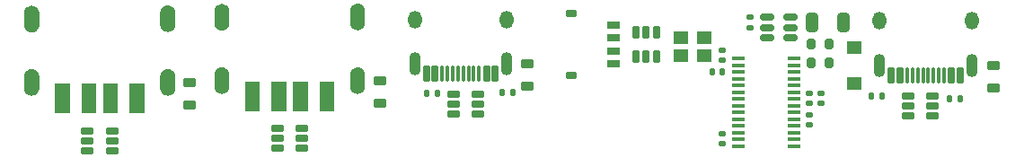
<source format=gbr>
%TF.GenerationSoftware,KiCad,Pcbnew,7.0.6*%
%TF.CreationDate,2023-09-06T01:08:14+01:00*%
%TF.ProjectId,MoonHub,4d6f6f6e-4875-4622-9e6b-696361645f70,rev?*%
%TF.SameCoordinates,Original*%
%TF.FileFunction,Paste,Top*%
%TF.FilePolarity,Positive*%
%FSLAX46Y46*%
G04 Gerber Fmt 4.6, Leading zero omitted, Abs format (unit mm)*
G04 Created by KiCad (PCBNEW 7.0.6) date 2023-09-06 01:08:14*
%MOMM*%
%LPD*%
G01*
G04 APERTURE LIST*
G04 Aperture macros list*
%AMRoundRect*
0 Rectangle with rounded corners*
0 $1 Rounding radius*
0 $2 $3 $4 $5 $6 $7 $8 $9 X,Y pos of 4 corners*
0 Add a 4 corners polygon primitive as box body*
4,1,4,$2,$3,$4,$5,$6,$7,$8,$9,$2,$3,0*
0 Add four circle primitives for the rounded corners*
1,1,$1+$1,$2,$3*
1,1,$1+$1,$4,$5*
1,1,$1+$1,$6,$7*
1,1,$1+$1,$8,$9*
0 Add four rect primitives between the rounded corners*
20,1,$1+$1,$2,$3,$4,$5,0*
20,1,$1+$1,$4,$5,$6,$7,0*
20,1,$1+$1,$6,$7,$8,$9,0*
20,1,$1+$1,$8,$9,$2,$3,0*%
G04 Aperture macros list end*
%ADD10RoundRect,0.100000X-0.400000X0.250000X-0.400000X-0.250000X0.400000X-0.250000X0.400000X0.250000X0*%
%ADD11RoundRect,0.125000X-0.475000X0.250000X-0.475000X-0.250000X0.475000X-0.250000X0.475000X0.250000X0*%
%ADD12RoundRect,0.140000X-0.170000X0.140000X-0.170000X-0.140000X0.170000X-0.140000X0.170000X0.140000X0*%
%ADD13RoundRect,0.218750X0.381250X-0.218750X0.381250X0.218750X-0.381250X0.218750X-0.381250X-0.218750X0*%
%ADD14RoundRect,0.140000X0.140000X0.170000X-0.140000X0.170000X-0.140000X-0.170000X0.140000X-0.170000X0*%
%ADD15RoundRect,0.060000X0.240000X0.665000X-0.240000X0.665000X-0.240000X-0.665000X0.240000X-0.665000X0*%
%ADD16RoundRect,0.060000X0.090000X0.665000X-0.090000X0.665000X-0.090000X-0.665000X0.090000X-0.665000X0*%
%ADD17O,1.100000X2.200000*%
%ADD18O,1.300000X1.700000*%
%ADD19RoundRect,0.140000X0.170000X-0.140000X0.170000X0.140000X-0.170000X0.140000X-0.170000X-0.140000X0*%
%ADD20R,1.400000X1.200000*%
%ADD21RoundRect,0.135000X0.135000X0.185000X-0.135000X0.185000X-0.135000X-0.185000X0.135000X-0.185000X0*%
%ADD22RoundRect,0.135000X-0.135000X-0.185000X0.135000X-0.185000X0.135000X0.185000X-0.135000X0.185000X0*%
%ADD23R,1.200000X0.400000*%
%ADD24RoundRect,0.200000X0.200000X0.275000X-0.200000X0.275000X-0.200000X-0.275000X0.200000X-0.275000X0*%
%ADD25RoundRect,0.250000X-0.325000X-0.650000X0.325000X-0.650000X0.325000X0.650000X-0.325000X0.650000X0*%
%ADD26RoundRect,0.150000X0.475000X0.150000X-0.475000X0.150000X-0.475000X-0.150000X0.475000X-0.150000X0*%
%ADD27RoundRect,0.150000X-0.512500X-0.150000X0.512500X-0.150000X0.512500X0.150000X-0.512500X0.150000X0*%
%ADD28R,1.400000X2.800000*%
%ADD29O,1.400000X2.500000*%
%ADD30RoundRect,0.150000X-0.475000X-0.150000X0.475000X-0.150000X0.475000X0.150000X-0.475000X0.150000X0*%
%ADD31RoundRect,0.150000X0.150000X-0.475000X0.150000X0.475000X-0.150000X0.475000X-0.150000X-0.475000X0*%
G04 APERTURE END LIST*
%TO.C,USB4*%
G36*
X34398000Y-11631000D02*
G01*
X32998000Y-11631000D01*
X32998000Y-8831000D01*
X34398000Y-8831000D01*
X34398000Y-11631000D01*
G37*
G36*
X31899000Y-11631000D02*
G01*
X30499000Y-11631000D01*
X30499000Y-8831000D01*
X31899000Y-8831000D01*
X31899000Y-11631000D01*
G37*
G36*
X29897000Y-11631000D02*
G01*
X28497000Y-11631000D01*
X28497000Y-8831000D01*
X29897000Y-8831000D01*
X29897000Y-11631000D01*
G37*
G36*
X27398000Y-11631000D02*
G01*
X25998000Y-11631000D01*
X25998000Y-8831000D01*
X27398000Y-8831000D01*
X27398000Y-11631000D01*
G37*
G36*
X36651000Y-7509000D02*
G01*
X36686000Y-7513000D01*
X36720000Y-7518000D01*
X36755000Y-7525000D01*
X36788000Y-7533000D01*
X36822000Y-7544000D01*
X36855000Y-7556000D01*
X36887000Y-7569000D01*
X36918000Y-7584000D01*
X36949000Y-7601000D01*
X36979000Y-7619000D01*
X37007000Y-7639000D01*
X37035000Y-7660000D01*
X37062000Y-7682000D01*
X37088000Y-7706000D01*
X37112000Y-7731000D01*
X37135000Y-7757000D01*
X37157000Y-7785000D01*
X37177000Y-7813000D01*
X37196000Y-7842000D01*
X37214000Y-7872000D01*
X37229000Y-7904000D01*
X37244000Y-7935000D01*
X37257000Y-7968000D01*
X37268000Y-8001000D01*
X37277000Y-8035000D01*
X37285000Y-8069000D01*
X37291000Y-8103000D01*
X37295000Y-8138000D01*
X37298000Y-8172000D01*
X37299000Y-8207000D01*
X37299000Y-9307000D01*
X37298000Y-9342000D01*
X37295000Y-9377000D01*
X37291000Y-9412000D01*
X37285000Y-9446000D01*
X37277000Y-9480000D01*
X37268000Y-9514000D01*
X37257000Y-9547000D01*
X37244000Y-9579000D01*
X37229000Y-9611000D01*
X37214000Y-9642000D01*
X37196000Y-9672000D01*
X37177000Y-9702000D01*
X37157000Y-9730000D01*
X37135000Y-9757000D01*
X37112000Y-9783000D01*
X37088000Y-9808000D01*
X37062000Y-9832000D01*
X37035000Y-9855000D01*
X37007000Y-9876000D01*
X36979000Y-9895000D01*
X36949000Y-9914000D01*
X36918000Y-9930000D01*
X36887000Y-9945000D01*
X36855000Y-9959000D01*
X36822000Y-9971000D01*
X36788000Y-9981000D01*
X36755000Y-9990000D01*
X36720000Y-9997000D01*
X36686000Y-10002000D01*
X36651000Y-10005000D01*
X36616000Y-10007000D01*
X36581000Y-10007000D01*
X36547000Y-10005000D01*
X36512000Y-10002000D01*
X36477000Y-9997000D01*
X36443000Y-9990000D01*
X36409000Y-9981000D01*
X36376000Y-9971000D01*
X36343000Y-9959000D01*
X36311000Y-9945000D01*
X36279000Y-9930000D01*
X36249000Y-9914000D01*
X36219000Y-9895000D01*
X36190000Y-9876000D01*
X36162000Y-9855000D01*
X36136000Y-9832000D01*
X36110000Y-9808000D01*
X36086000Y-9783000D01*
X36063000Y-9757000D01*
X36041000Y-9730000D01*
X36020000Y-9702000D01*
X36002000Y-9672000D01*
X35984000Y-9642000D01*
X35968000Y-9611000D01*
X35954000Y-9579000D01*
X35941000Y-9547000D01*
X35930000Y-9514000D01*
X35920000Y-9480000D01*
X35913000Y-9446000D01*
X35907000Y-9412000D01*
X35902000Y-9377000D01*
X35900000Y-9342000D01*
X35899000Y-9307000D01*
X35899000Y-8207000D01*
X35900000Y-8172000D01*
X35902000Y-8138000D01*
X35907000Y-8103000D01*
X35913000Y-8069000D01*
X35920000Y-8035000D01*
X35930000Y-8001000D01*
X35941000Y-7968000D01*
X35954000Y-7935000D01*
X35968000Y-7904000D01*
X35984000Y-7872000D01*
X36002000Y-7842000D01*
X36020000Y-7813000D01*
X36041000Y-7785000D01*
X36063000Y-7757000D01*
X36086000Y-7731000D01*
X36110000Y-7706000D01*
X36136000Y-7682000D01*
X36162000Y-7660000D01*
X36190000Y-7639000D01*
X36219000Y-7619000D01*
X36249000Y-7601000D01*
X36279000Y-7584000D01*
X36311000Y-7569000D01*
X36343000Y-7556000D01*
X36376000Y-7544000D01*
X36409000Y-7533000D01*
X36443000Y-7525000D01*
X36477000Y-7518000D01*
X36512000Y-7513000D01*
X36547000Y-7509000D01*
X36581000Y-7507000D01*
X36616000Y-7507000D01*
X36651000Y-7509000D01*
G37*
G36*
X36651000Y-1507000D02*
G01*
X36686000Y-1511000D01*
X36720000Y-1516000D01*
X36755000Y-1523000D01*
X36788000Y-1531000D01*
X36822000Y-1542000D01*
X36855000Y-1554000D01*
X36887000Y-1567000D01*
X36918000Y-1582000D01*
X36949000Y-1599000D01*
X36979000Y-1617000D01*
X37007000Y-1637000D01*
X37035000Y-1658000D01*
X37062000Y-1680000D01*
X37088000Y-1704000D01*
X37112000Y-1729000D01*
X37135000Y-1755000D01*
X37157000Y-1783000D01*
X37177000Y-1811000D01*
X37196000Y-1840000D01*
X37214000Y-1870000D01*
X37229000Y-1902000D01*
X37244000Y-1933000D01*
X37257000Y-1966000D01*
X37268000Y-1999000D01*
X37277000Y-2032000D01*
X37285000Y-2066000D01*
X37291000Y-2101000D01*
X37295000Y-2136000D01*
X37298000Y-2170000D01*
X37299000Y-2205000D01*
X37299000Y-3305000D01*
X37298000Y-3340000D01*
X37295000Y-3375000D01*
X37291000Y-3410000D01*
X37285000Y-3444000D01*
X37277000Y-3478000D01*
X37268000Y-3512000D01*
X37257000Y-3545000D01*
X37244000Y-3577000D01*
X37229000Y-3609000D01*
X37214000Y-3640000D01*
X37196000Y-3670000D01*
X37177000Y-3700000D01*
X37157000Y-3728000D01*
X37135000Y-3755000D01*
X37112000Y-3781000D01*
X37088000Y-3806000D01*
X37062000Y-3830000D01*
X37035000Y-3852000D01*
X37007000Y-3873000D01*
X36979000Y-3893000D01*
X36949000Y-3911000D01*
X36918000Y-3928000D01*
X36887000Y-3943000D01*
X36855000Y-3957000D01*
X36822000Y-3969000D01*
X36788000Y-3979000D01*
X36755000Y-3988000D01*
X36720000Y-3995000D01*
X36686000Y-4000000D01*
X36651000Y-4003000D01*
X36616000Y-4005000D01*
X36581000Y-4005000D01*
X36547000Y-4003000D01*
X36512000Y-4000000D01*
X36477000Y-3995000D01*
X36443000Y-3988000D01*
X36409000Y-3979000D01*
X36376000Y-3969000D01*
X36343000Y-3957000D01*
X36311000Y-3943000D01*
X36279000Y-3928000D01*
X36249000Y-3911000D01*
X36219000Y-3893000D01*
X36190000Y-3873000D01*
X36162000Y-3852000D01*
X36136000Y-3830000D01*
X36110000Y-3806000D01*
X36086000Y-3781000D01*
X36063000Y-3755000D01*
X36041000Y-3728000D01*
X36020000Y-3700000D01*
X36002000Y-3670000D01*
X35984000Y-3640000D01*
X35968000Y-3609000D01*
X35954000Y-3577000D01*
X35941000Y-3545000D01*
X35930000Y-3512000D01*
X35920000Y-3478000D01*
X35913000Y-3444000D01*
X35907000Y-3410000D01*
X35902000Y-3375000D01*
X35900000Y-3340000D01*
X35899000Y-3305000D01*
X35899000Y-2205000D01*
X35900000Y-2170000D01*
X35902000Y-2136000D01*
X35907000Y-2101000D01*
X35913000Y-2066000D01*
X35920000Y-2032000D01*
X35930000Y-1999000D01*
X35941000Y-1966000D01*
X35954000Y-1933000D01*
X35968000Y-1902000D01*
X35984000Y-1870000D01*
X36002000Y-1840000D01*
X36020000Y-1811000D01*
X36041000Y-1783000D01*
X36063000Y-1755000D01*
X36086000Y-1729000D01*
X36110000Y-1704000D01*
X36136000Y-1680000D01*
X36162000Y-1658000D01*
X36190000Y-1637000D01*
X36219000Y-1617000D01*
X36249000Y-1599000D01*
X36279000Y-1582000D01*
X36311000Y-1567000D01*
X36343000Y-1554000D01*
X36376000Y-1542000D01*
X36409000Y-1531000D01*
X36443000Y-1523000D01*
X36477000Y-1516000D01*
X36512000Y-1511000D01*
X36547000Y-1507000D01*
X36581000Y-1505000D01*
X36616000Y-1505000D01*
X36651000Y-1507000D01*
G37*
G36*
X23849000Y-7509000D02*
G01*
X23884000Y-7513000D01*
X23919000Y-7518000D01*
X23953000Y-7525000D01*
X23987000Y-7533000D01*
X24020000Y-7544000D01*
X24053000Y-7556000D01*
X24085000Y-7569000D01*
X24117000Y-7584000D01*
X24147000Y-7601000D01*
X24177000Y-7619000D01*
X24206000Y-7639000D01*
X24234000Y-7660000D01*
X24260000Y-7682000D01*
X24286000Y-7706000D01*
X24310000Y-7731000D01*
X24333000Y-7757000D01*
X24355000Y-7785000D01*
X24376000Y-7813000D01*
X24394000Y-7842000D01*
X24412000Y-7872000D01*
X24428000Y-7904000D01*
X24442000Y-7935000D01*
X24455000Y-7968000D01*
X24466000Y-8001000D01*
X24476000Y-8035000D01*
X24483000Y-8069000D01*
X24489000Y-8103000D01*
X24494000Y-8138000D01*
X24496000Y-8172000D01*
X24497000Y-8207000D01*
X24497000Y-9307000D01*
X24496000Y-9342000D01*
X24494000Y-9377000D01*
X24489000Y-9412000D01*
X24483000Y-9446000D01*
X24476000Y-9480000D01*
X24466000Y-9514000D01*
X24455000Y-9547000D01*
X24442000Y-9579000D01*
X24428000Y-9611000D01*
X24412000Y-9642000D01*
X24394000Y-9672000D01*
X24376000Y-9702000D01*
X24355000Y-9730000D01*
X24333000Y-9757000D01*
X24310000Y-9783000D01*
X24286000Y-9808000D01*
X24260000Y-9832000D01*
X24234000Y-9855000D01*
X24206000Y-9876000D01*
X24177000Y-9895000D01*
X24147000Y-9914000D01*
X24117000Y-9930000D01*
X24085000Y-9945000D01*
X24053000Y-9959000D01*
X24020000Y-9971000D01*
X23987000Y-9981000D01*
X23953000Y-9990000D01*
X23919000Y-9997000D01*
X23884000Y-10002000D01*
X23849000Y-10005000D01*
X23815000Y-10007000D01*
X23780000Y-10007000D01*
X23745000Y-10005000D01*
X23710000Y-10002000D01*
X23676000Y-9997000D01*
X23641000Y-9990000D01*
X23608000Y-9981000D01*
X23574000Y-9971000D01*
X23541000Y-9959000D01*
X23509000Y-9945000D01*
X23478000Y-9930000D01*
X23447000Y-9914000D01*
X23417000Y-9895000D01*
X23389000Y-9876000D01*
X23361000Y-9855000D01*
X23334000Y-9832000D01*
X23308000Y-9808000D01*
X23284000Y-9783000D01*
X23261000Y-9757000D01*
X23239000Y-9730000D01*
X23219000Y-9702000D01*
X23200000Y-9672000D01*
X23182000Y-9642000D01*
X23166000Y-9611000D01*
X23152000Y-9579000D01*
X23139000Y-9547000D01*
X23128000Y-9514000D01*
X23119000Y-9480000D01*
X23111000Y-9446000D01*
X23105000Y-9412000D01*
X23101000Y-9377000D01*
X23098000Y-9342000D01*
X23097000Y-9307000D01*
X23097000Y-8207000D01*
X23098000Y-8172000D01*
X23101000Y-8138000D01*
X23105000Y-8103000D01*
X23111000Y-8069000D01*
X23119000Y-8035000D01*
X23128000Y-8001000D01*
X23139000Y-7968000D01*
X23152000Y-7935000D01*
X23166000Y-7904000D01*
X23182000Y-7872000D01*
X23200000Y-7842000D01*
X23219000Y-7813000D01*
X23239000Y-7785000D01*
X23261000Y-7757000D01*
X23284000Y-7731000D01*
X23308000Y-7706000D01*
X23334000Y-7682000D01*
X23361000Y-7660000D01*
X23389000Y-7639000D01*
X23417000Y-7619000D01*
X23447000Y-7601000D01*
X23478000Y-7584000D01*
X23509000Y-7569000D01*
X23541000Y-7556000D01*
X23574000Y-7544000D01*
X23608000Y-7533000D01*
X23641000Y-7525000D01*
X23676000Y-7518000D01*
X23710000Y-7513000D01*
X23745000Y-7509000D01*
X23780000Y-7507000D01*
X23815000Y-7507000D01*
X23849000Y-7509000D01*
G37*
G36*
X23849000Y-1558000D02*
G01*
X23884000Y-1561000D01*
X23919000Y-1567000D01*
X23953000Y-1574000D01*
X23987000Y-1582000D01*
X24020000Y-1592000D01*
X24053000Y-1604000D01*
X24085000Y-1618000D01*
X24117000Y-1633000D01*
X24147000Y-1650000D01*
X24177000Y-1668000D01*
X24206000Y-1688000D01*
X24234000Y-1709000D01*
X24260000Y-1731000D01*
X24286000Y-1755000D01*
X24310000Y-1780000D01*
X24333000Y-1806000D01*
X24355000Y-1833000D01*
X24376000Y-1862000D01*
X24394000Y-1891000D01*
X24412000Y-1921000D01*
X24428000Y-1952000D01*
X24442000Y-1984000D01*
X24455000Y-2017000D01*
X24466000Y-2050000D01*
X24476000Y-2083000D01*
X24483000Y-2117000D01*
X24489000Y-2152000D01*
X24494000Y-2186000D01*
X24496000Y-2221000D01*
X24497000Y-2256000D01*
X24497000Y-3356000D01*
X24496000Y-3391000D01*
X24494000Y-3426000D01*
X24489000Y-3460000D01*
X24483000Y-3495000D01*
X24476000Y-3529000D01*
X24466000Y-3562000D01*
X24455000Y-3595000D01*
X24442000Y-3628000D01*
X24428000Y-3660000D01*
X24412000Y-3691000D01*
X24394000Y-3721000D01*
X24376000Y-3750000D01*
X24355000Y-3779000D01*
X24333000Y-3806000D01*
X24310000Y-3832000D01*
X24286000Y-3857000D01*
X24260000Y-3881000D01*
X24234000Y-3903000D01*
X24206000Y-3924000D01*
X24177000Y-3944000D01*
X24147000Y-3962000D01*
X24117000Y-3979000D01*
X24085000Y-3994000D01*
X24053000Y-4008000D01*
X24020000Y-4020000D01*
X23987000Y-4030000D01*
X23953000Y-4038000D01*
X23919000Y-4045000D01*
X23884000Y-4051000D01*
X23849000Y-4054000D01*
X23815000Y-4056000D01*
X23780000Y-4056000D01*
X23745000Y-4054000D01*
X23710000Y-4051000D01*
X23676000Y-4045000D01*
X23641000Y-4038000D01*
X23608000Y-4030000D01*
X23574000Y-4020000D01*
X23541000Y-4008000D01*
X23509000Y-3994000D01*
X23478000Y-3979000D01*
X23447000Y-3962000D01*
X23417000Y-3944000D01*
X23389000Y-3924000D01*
X23361000Y-3903000D01*
X23334000Y-3881000D01*
X23308000Y-3857000D01*
X23284000Y-3832000D01*
X23261000Y-3806000D01*
X23239000Y-3779000D01*
X23219000Y-3750000D01*
X23200000Y-3721000D01*
X23182000Y-3691000D01*
X23166000Y-3660000D01*
X23152000Y-3628000D01*
X23139000Y-3595000D01*
X23128000Y-3562000D01*
X23119000Y-3529000D01*
X23111000Y-3495000D01*
X23105000Y-3460000D01*
X23101000Y-3426000D01*
X23098000Y-3391000D01*
X23097000Y-3356000D01*
X23097000Y-2256000D01*
X23098000Y-2221000D01*
X23101000Y-2186000D01*
X23105000Y-2152000D01*
X23111000Y-2117000D01*
X23119000Y-2083000D01*
X23128000Y-2050000D01*
X23139000Y-2017000D01*
X23152000Y-1984000D01*
X23166000Y-1952000D01*
X23182000Y-1921000D01*
X23200000Y-1891000D01*
X23219000Y-1862000D01*
X23239000Y-1833000D01*
X23261000Y-1806000D01*
X23284000Y-1780000D01*
X23308000Y-1755000D01*
X23334000Y-1731000D01*
X23361000Y-1709000D01*
X23389000Y-1688000D01*
X23417000Y-1668000D01*
X23447000Y-1650000D01*
X23478000Y-1633000D01*
X23509000Y-1618000D01*
X23541000Y-1604000D01*
X23574000Y-1592000D01*
X23608000Y-1582000D01*
X23641000Y-1574000D01*
X23676000Y-1567000D01*
X23710000Y-1561000D01*
X23745000Y-1558000D01*
X23780000Y-1556000D01*
X23815000Y-1556000D01*
X23849000Y-1558000D01*
G37*
%TO.C,USB5*%
G36*
X16489000Y-11795500D02*
G01*
X15089000Y-11795500D01*
X15089000Y-8995500D01*
X16489000Y-8995500D01*
X16489000Y-11795500D01*
G37*
G36*
X13990000Y-11795500D02*
G01*
X12590000Y-11795500D01*
X12590000Y-8995500D01*
X13990000Y-8995500D01*
X13990000Y-11795500D01*
G37*
G36*
X11988000Y-11795500D02*
G01*
X10588000Y-11795500D01*
X10588000Y-8995500D01*
X11988000Y-8995500D01*
X11988000Y-11795500D01*
G37*
G36*
X9489000Y-11795500D02*
G01*
X8089000Y-11795500D01*
X8089000Y-8995500D01*
X9489000Y-8995500D01*
X9489000Y-11795500D01*
G37*
G36*
X18742000Y-7673500D02*
G01*
X18777000Y-7677500D01*
X18811000Y-7682500D01*
X18846000Y-7689500D01*
X18879000Y-7697500D01*
X18913000Y-7708500D01*
X18946000Y-7720500D01*
X18978000Y-7733500D01*
X19009000Y-7748500D01*
X19040000Y-7765500D01*
X19070000Y-7783500D01*
X19098000Y-7803500D01*
X19126000Y-7824500D01*
X19153000Y-7846500D01*
X19179000Y-7870500D01*
X19203000Y-7895500D01*
X19226000Y-7921500D01*
X19248000Y-7949500D01*
X19268000Y-7977500D01*
X19287000Y-8006500D01*
X19305000Y-8036500D01*
X19320000Y-8068500D01*
X19335000Y-8099500D01*
X19348000Y-8132500D01*
X19359000Y-8165500D01*
X19368000Y-8199500D01*
X19376000Y-8233500D01*
X19382000Y-8267500D01*
X19386000Y-8302500D01*
X19389000Y-8336500D01*
X19390000Y-8371500D01*
X19390000Y-9471500D01*
X19389000Y-9506500D01*
X19386000Y-9541500D01*
X19382000Y-9576500D01*
X19376000Y-9610500D01*
X19368000Y-9644500D01*
X19359000Y-9678500D01*
X19348000Y-9711500D01*
X19335000Y-9743500D01*
X19320000Y-9775500D01*
X19305000Y-9806500D01*
X19287000Y-9836500D01*
X19268000Y-9866500D01*
X19248000Y-9894500D01*
X19226000Y-9921500D01*
X19203000Y-9947500D01*
X19179000Y-9972500D01*
X19153000Y-9996500D01*
X19126000Y-10019500D01*
X19098000Y-10040500D01*
X19070000Y-10059500D01*
X19040000Y-10078500D01*
X19009000Y-10094500D01*
X18978000Y-10109500D01*
X18946000Y-10123500D01*
X18913000Y-10135500D01*
X18879000Y-10145500D01*
X18846000Y-10154500D01*
X18811000Y-10161500D01*
X18777000Y-10166500D01*
X18742000Y-10169500D01*
X18707000Y-10171500D01*
X18672000Y-10171500D01*
X18638000Y-10169500D01*
X18603000Y-10166500D01*
X18568000Y-10161500D01*
X18534000Y-10154500D01*
X18500000Y-10145500D01*
X18467000Y-10135500D01*
X18434000Y-10123500D01*
X18402000Y-10109500D01*
X18370000Y-10094500D01*
X18340000Y-10078500D01*
X18310000Y-10059500D01*
X18281000Y-10040500D01*
X18253000Y-10019500D01*
X18227000Y-9996500D01*
X18201000Y-9972500D01*
X18177000Y-9947500D01*
X18154000Y-9921500D01*
X18132000Y-9894500D01*
X18111000Y-9866500D01*
X18093000Y-9836500D01*
X18075000Y-9806500D01*
X18059000Y-9775500D01*
X18045000Y-9743500D01*
X18032000Y-9711500D01*
X18021000Y-9678500D01*
X18011000Y-9644500D01*
X18004000Y-9610500D01*
X17998000Y-9576500D01*
X17993000Y-9541500D01*
X17991000Y-9506500D01*
X17990000Y-9471500D01*
X17990000Y-8371500D01*
X17991000Y-8336500D01*
X17993000Y-8302500D01*
X17998000Y-8267500D01*
X18004000Y-8233500D01*
X18011000Y-8199500D01*
X18021000Y-8165500D01*
X18032000Y-8132500D01*
X18045000Y-8099500D01*
X18059000Y-8068500D01*
X18075000Y-8036500D01*
X18093000Y-8006500D01*
X18111000Y-7977500D01*
X18132000Y-7949500D01*
X18154000Y-7921500D01*
X18177000Y-7895500D01*
X18201000Y-7870500D01*
X18227000Y-7846500D01*
X18253000Y-7824500D01*
X18281000Y-7803500D01*
X18310000Y-7783500D01*
X18340000Y-7765500D01*
X18370000Y-7748500D01*
X18402000Y-7733500D01*
X18434000Y-7720500D01*
X18467000Y-7708500D01*
X18500000Y-7697500D01*
X18534000Y-7689500D01*
X18568000Y-7682500D01*
X18603000Y-7677500D01*
X18638000Y-7673500D01*
X18672000Y-7671500D01*
X18707000Y-7671500D01*
X18742000Y-7673500D01*
G37*
G36*
X18742000Y-1671500D02*
G01*
X18777000Y-1675500D01*
X18811000Y-1680500D01*
X18846000Y-1687500D01*
X18879000Y-1695500D01*
X18913000Y-1706500D01*
X18946000Y-1718500D01*
X18978000Y-1731500D01*
X19009000Y-1746500D01*
X19040000Y-1763500D01*
X19070000Y-1781500D01*
X19098000Y-1801500D01*
X19126000Y-1822500D01*
X19153000Y-1844500D01*
X19179000Y-1868500D01*
X19203000Y-1893500D01*
X19226000Y-1919500D01*
X19248000Y-1947500D01*
X19268000Y-1975500D01*
X19287000Y-2004500D01*
X19305000Y-2034500D01*
X19320000Y-2066500D01*
X19335000Y-2097500D01*
X19348000Y-2130500D01*
X19359000Y-2163500D01*
X19368000Y-2196500D01*
X19376000Y-2230500D01*
X19382000Y-2265500D01*
X19386000Y-2300500D01*
X19389000Y-2334500D01*
X19390000Y-2369500D01*
X19390000Y-3469500D01*
X19389000Y-3504500D01*
X19386000Y-3539500D01*
X19382000Y-3574500D01*
X19376000Y-3608500D01*
X19368000Y-3642500D01*
X19359000Y-3676500D01*
X19348000Y-3709500D01*
X19335000Y-3741500D01*
X19320000Y-3773500D01*
X19305000Y-3804500D01*
X19287000Y-3834500D01*
X19268000Y-3864500D01*
X19248000Y-3892500D01*
X19226000Y-3919500D01*
X19203000Y-3945500D01*
X19179000Y-3970500D01*
X19153000Y-3994500D01*
X19126000Y-4016500D01*
X19098000Y-4037500D01*
X19070000Y-4057500D01*
X19040000Y-4075500D01*
X19009000Y-4092500D01*
X18978000Y-4107500D01*
X18946000Y-4121500D01*
X18913000Y-4133500D01*
X18879000Y-4143500D01*
X18846000Y-4152500D01*
X18811000Y-4159500D01*
X18777000Y-4164500D01*
X18742000Y-4167500D01*
X18707000Y-4169500D01*
X18672000Y-4169500D01*
X18638000Y-4167500D01*
X18603000Y-4164500D01*
X18568000Y-4159500D01*
X18534000Y-4152500D01*
X18500000Y-4143500D01*
X18467000Y-4133500D01*
X18434000Y-4121500D01*
X18402000Y-4107500D01*
X18370000Y-4092500D01*
X18340000Y-4075500D01*
X18310000Y-4057500D01*
X18281000Y-4037500D01*
X18253000Y-4016500D01*
X18227000Y-3994500D01*
X18201000Y-3970500D01*
X18177000Y-3945500D01*
X18154000Y-3919500D01*
X18132000Y-3892500D01*
X18111000Y-3864500D01*
X18093000Y-3834500D01*
X18075000Y-3804500D01*
X18059000Y-3773500D01*
X18045000Y-3741500D01*
X18032000Y-3709500D01*
X18021000Y-3676500D01*
X18011000Y-3642500D01*
X18004000Y-3608500D01*
X17998000Y-3574500D01*
X17993000Y-3539500D01*
X17991000Y-3504500D01*
X17990000Y-3469500D01*
X17990000Y-2369500D01*
X17991000Y-2334500D01*
X17993000Y-2300500D01*
X17998000Y-2265500D01*
X18004000Y-2230500D01*
X18011000Y-2196500D01*
X18021000Y-2163500D01*
X18032000Y-2130500D01*
X18045000Y-2097500D01*
X18059000Y-2066500D01*
X18075000Y-2034500D01*
X18093000Y-2004500D01*
X18111000Y-1975500D01*
X18132000Y-1947500D01*
X18154000Y-1919500D01*
X18177000Y-1893500D01*
X18201000Y-1868500D01*
X18227000Y-1844500D01*
X18253000Y-1822500D01*
X18281000Y-1801500D01*
X18310000Y-1781500D01*
X18340000Y-1763500D01*
X18370000Y-1746500D01*
X18402000Y-1731500D01*
X18434000Y-1718500D01*
X18467000Y-1706500D01*
X18500000Y-1695500D01*
X18534000Y-1687500D01*
X18568000Y-1680500D01*
X18603000Y-1675500D01*
X18638000Y-1671500D01*
X18672000Y-1669500D01*
X18707000Y-1669500D01*
X18742000Y-1671500D01*
G37*
G36*
X5940000Y-7673500D02*
G01*
X5975000Y-7677500D01*
X6010000Y-7682500D01*
X6044000Y-7689500D01*
X6078000Y-7697500D01*
X6111000Y-7708500D01*
X6144000Y-7720500D01*
X6176000Y-7733500D01*
X6208000Y-7748500D01*
X6238000Y-7765500D01*
X6268000Y-7783500D01*
X6297000Y-7803500D01*
X6325000Y-7824500D01*
X6351000Y-7846500D01*
X6377000Y-7870500D01*
X6401000Y-7895500D01*
X6424000Y-7921500D01*
X6446000Y-7949500D01*
X6467000Y-7977500D01*
X6485000Y-8006500D01*
X6503000Y-8036500D01*
X6519000Y-8068500D01*
X6533000Y-8099500D01*
X6546000Y-8132500D01*
X6557000Y-8165500D01*
X6567000Y-8199500D01*
X6574000Y-8233500D01*
X6580000Y-8267500D01*
X6585000Y-8302500D01*
X6587000Y-8336500D01*
X6588000Y-8371500D01*
X6588000Y-9471500D01*
X6587000Y-9506500D01*
X6585000Y-9541500D01*
X6580000Y-9576500D01*
X6574000Y-9610500D01*
X6567000Y-9644500D01*
X6557000Y-9678500D01*
X6546000Y-9711500D01*
X6533000Y-9743500D01*
X6519000Y-9775500D01*
X6503000Y-9806500D01*
X6485000Y-9836500D01*
X6467000Y-9866500D01*
X6446000Y-9894500D01*
X6424000Y-9921500D01*
X6401000Y-9947500D01*
X6377000Y-9972500D01*
X6351000Y-9996500D01*
X6325000Y-10019500D01*
X6297000Y-10040500D01*
X6268000Y-10059500D01*
X6238000Y-10078500D01*
X6208000Y-10094500D01*
X6176000Y-10109500D01*
X6144000Y-10123500D01*
X6111000Y-10135500D01*
X6078000Y-10145500D01*
X6044000Y-10154500D01*
X6010000Y-10161500D01*
X5975000Y-10166500D01*
X5940000Y-10169500D01*
X5906000Y-10171500D01*
X5871000Y-10171500D01*
X5836000Y-10169500D01*
X5801000Y-10166500D01*
X5767000Y-10161500D01*
X5732000Y-10154500D01*
X5699000Y-10145500D01*
X5665000Y-10135500D01*
X5632000Y-10123500D01*
X5600000Y-10109500D01*
X5569000Y-10094500D01*
X5538000Y-10078500D01*
X5508000Y-10059500D01*
X5480000Y-10040500D01*
X5452000Y-10019500D01*
X5425000Y-9996500D01*
X5399000Y-9972500D01*
X5375000Y-9947500D01*
X5352000Y-9921500D01*
X5330000Y-9894500D01*
X5310000Y-9866500D01*
X5291000Y-9836500D01*
X5273000Y-9806500D01*
X5257000Y-9775500D01*
X5243000Y-9743500D01*
X5230000Y-9711500D01*
X5219000Y-9678500D01*
X5210000Y-9644500D01*
X5202000Y-9610500D01*
X5196000Y-9576500D01*
X5192000Y-9541500D01*
X5189000Y-9506500D01*
X5188000Y-9471500D01*
X5188000Y-8371500D01*
X5189000Y-8336500D01*
X5192000Y-8302500D01*
X5196000Y-8267500D01*
X5202000Y-8233500D01*
X5210000Y-8199500D01*
X5219000Y-8165500D01*
X5230000Y-8132500D01*
X5243000Y-8099500D01*
X5257000Y-8068500D01*
X5273000Y-8036500D01*
X5291000Y-8006500D01*
X5310000Y-7977500D01*
X5330000Y-7949500D01*
X5352000Y-7921500D01*
X5375000Y-7895500D01*
X5399000Y-7870500D01*
X5425000Y-7846500D01*
X5452000Y-7824500D01*
X5480000Y-7803500D01*
X5508000Y-7783500D01*
X5538000Y-7765500D01*
X5569000Y-7748500D01*
X5600000Y-7733500D01*
X5632000Y-7720500D01*
X5665000Y-7708500D01*
X5699000Y-7697500D01*
X5732000Y-7689500D01*
X5767000Y-7682500D01*
X5801000Y-7677500D01*
X5836000Y-7673500D01*
X5871000Y-7671500D01*
X5906000Y-7671500D01*
X5940000Y-7673500D01*
G37*
G36*
X5940000Y-1722500D02*
G01*
X5975000Y-1725500D01*
X6010000Y-1731500D01*
X6044000Y-1738500D01*
X6078000Y-1746500D01*
X6111000Y-1756500D01*
X6144000Y-1768500D01*
X6176000Y-1782500D01*
X6208000Y-1797500D01*
X6238000Y-1814500D01*
X6268000Y-1832500D01*
X6297000Y-1852500D01*
X6325000Y-1873500D01*
X6351000Y-1895500D01*
X6377000Y-1919500D01*
X6401000Y-1944500D01*
X6424000Y-1970500D01*
X6446000Y-1997500D01*
X6467000Y-2026500D01*
X6485000Y-2055500D01*
X6503000Y-2085500D01*
X6519000Y-2116500D01*
X6533000Y-2148500D01*
X6546000Y-2181500D01*
X6557000Y-2214500D01*
X6567000Y-2247500D01*
X6574000Y-2281500D01*
X6580000Y-2316500D01*
X6585000Y-2350500D01*
X6587000Y-2385500D01*
X6588000Y-2420500D01*
X6588000Y-3520500D01*
X6587000Y-3555500D01*
X6585000Y-3590500D01*
X6580000Y-3624500D01*
X6574000Y-3659500D01*
X6567000Y-3693500D01*
X6557000Y-3726500D01*
X6546000Y-3759500D01*
X6533000Y-3792500D01*
X6519000Y-3824500D01*
X6503000Y-3855500D01*
X6485000Y-3885500D01*
X6467000Y-3914500D01*
X6446000Y-3943500D01*
X6424000Y-3970500D01*
X6401000Y-3996500D01*
X6377000Y-4021500D01*
X6351000Y-4045500D01*
X6325000Y-4067500D01*
X6297000Y-4088500D01*
X6268000Y-4108500D01*
X6238000Y-4126500D01*
X6208000Y-4143500D01*
X6176000Y-4158500D01*
X6144000Y-4172500D01*
X6111000Y-4184500D01*
X6078000Y-4194500D01*
X6044000Y-4202500D01*
X6010000Y-4209500D01*
X5975000Y-4215500D01*
X5940000Y-4218500D01*
X5906000Y-4220500D01*
X5871000Y-4220500D01*
X5836000Y-4218500D01*
X5801000Y-4215500D01*
X5767000Y-4209500D01*
X5732000Y-4202500D01*
X5699000Y-4194500D01*
X5665000Y-4184500D01*
X5632000Y-4172500D01*
X5600000Y-4158500D01*
X5569000Y-4143500D01*
X5538000Y-4126500D01*
X5508000Y-4108500D01*
X5480000Y-4088500D01*
X5452000Y-4067500D01*
X5425000Y-4045500D01*
X5399000Y-4021500D01*
X5375000Y-3996500D01*
X5352000Y-3970500D01*
X5330000Y-3943500D01*
X5310000Y-3914500D01*
X5291000Y-3885500D01*
X5273000Y-3855500D01*
X5257000Y-3824500D01*
X5243000Y-3792500D01*
X5230000Y-3759500D01*
X5219000Y-3726500D01*
X5210000Y-3693500D01*
X5202000Y-3659500D01*
X5196000Y-3624500D01*
X5192000Y-3590500D01*
X5189000Y-3555500D01*
X5188000Y-3520500D01*
X5188000Y-2420500D01*
X5189000Y-2385500D01*
X5192000Y-2350500D01*
X5196000Y-2316500D01*
X5202000Y-2281500D01*
X5210000Y-2247500D01*
X5219000Y-2214500D01*
X5230000Y-2181500D01*
X5243000Y-2148500D01*
X5257000Y-2116500D01*
X5273000Y-2085500D01*
X5291000Y-2055500D01*
X5310000Y-2026500D01*
X5330000Y-1997500D01*
X5352000Y-1970500D01*
X5375000Y-1944500D01*
X5399000Y-1919500D01*
X5425000Y-1895500D01*
X5452000Y-1873500D01*
X5480000Y-1852500D01*
X5508000Y-1832500D01*
X5538000Y-1814500D01*
X5569000Y-1797500D01*
X5600000Y-1782500D01*
X5632000Y-1768500D01*
X5665000Y-1756500D01*
X5699000Y-1746500D01*
X5732000Y-1738500D01*
X5767000Y-1731500D01*
X5801000Y-1725500D01*
X5836000Y-1722500D01*
X5871000Y-1720500D01*
X5906000Y-1720500D01*
X5940000Y-1722500D01*
G37*
%TD*%
D10*
%TO.C,USB2*%
X56700000Y-2400000D03*
D11*
X60700000Y-3550000D03*
X60700000Y-4750000D03*
X60700000Y-5950000D03*
X60700000Y-7150000D03*
D10*
X56700000Y-8300000D03*
%TD*%
D12*
%TO.C,C7*%
X73600000Y-2795000D03*
X73600000Y-3755000D03*
%TD*%
D13*
%TO.C,FB4*%
X52599000Y-9299500D03*
X52599000Y-7174500D03*
%TD*%
D14*
%TO.C,C6*%
X71000000Y-7950000D03*
X70040000Y-7950000D03*
%TD*%
D15*
%TO.C,USB3*%
X49524000Y-8089500D03*
X48749000Y-8089500D03*
D16*
X47549000Y-8089500D03*
X46549000Y-8089500D03*
X46049000Y-8089500D03*
X45049000Y-8089500D03*
D15*
X43074000Y-8089500D03*
X43849000Y-8089500D03*
D16*
X44549000Y-8089500D03*
X45549000Y-8089500D03*
X47049000Y-8089500D03*
X48049000Y-8089500D03*
D17*
X50619000Y-7174500D03*
D18*
X50619000Y-2994500D03*
D17*
X41979000Y-7174500D03*
D18*
X41979000Y-2994500D03*
%TD*%
D13*
%TO.C,FB2*%
X20789000Y-11046500D03*
X20789000Y-8921500D03*
%TD*%
D19*
%TO.C,C1*%
X80300000Y-10930000D03*
X80300000Y-9970000D03*
%TD*%
D20*
%TO.C,D1*%
X83400000Y-5650000D03*
X83400000Y-9050000D03*
%TD*%
D21*
%TO.C,R3*%
X51209000Y-9895500D03*
X50189000Y-9895500D03*
%TD*%
D22*
%TO.C,R4*%
X43089000Y-9995500D03*
X44109000Y-9995500D03*
%TD*%
D23*
%TO.C,U3*%
X72500000Y-6680000D03*
X72500000Y-7315000D03*
X72500000Y-7950000D03*
X72500000Y-8585000D03*
X72500000Y-9220000D03*
X72500000Y-9855000D03*
X72500000Y-10490000D03*
X72500000Y-11125000D03*
X72500000Y-11760000D03*
X72500000Y-12395000D03*
X72500000Y-13030000D03*
X72500000Y-13665000D03*
X72500000Y-14300000D03*
X72500000Y-14935000D03*
X77700000Y-14935000D03*
X77700000Y-14300000D03*
X77700000Y-13665000D03*
X77700000Y-13030000D03*
X77700000Y-12395000D03*
X77700000Y-11760000D03*
X77700000Y-11125000D03*
X77700000Y-10490000D03*
X77700000Y-9855000D03*
X77700000Y-9220000D03*
X77700000Y-8585000D03*
X77700000Y-7950000D03*
X77700000Y-7315000D03*
X77700000Y-6680000D03*
%TD*%
D24*
%TO.C,R5*%
X81025000Y-7050000D03*
X79375000Y-7050000D03*
%TD*%
D20*
%TO.C,Y1*%
X67100000Y-6400000D03*
X69300000Y-6400000D03*
X69300000Y-4700000D03*
X67100000Y-4700000D03*
%TD*%
D25*
%TO.C,C8*%
X79425000Y-3250000D03*
X82375000Y-3250000D03*
%TD*%
D19*
%TO.C,C3*%
X79200000Y-10930000D03*
X79200000Y-9970000D03*
%TD*%
D26*
%TO.C,U6*%
X47974000Y-11945500D03*
X47974000Y-10995500D03*
X47974000Y-10045500D03*
X45624000Y-10045500D03*
X45624000Y-10995500D03*
X45624000Y-11945500D03*
%TD*%
D22*
%TO.C,R1*%
X92390000Y-10450000D03*
X93410000Y-10450000D03*
%TD*%
D12*
%TO.C,C4*%
X79200000Y-11970000D03*
X79200000Y-12930000D03*
%TD*%
D15*
%TO.C,USB1*%
X93362500Y-8244000D03*
X92587500Y-8244000D03*
D16*
X91387500Y-8244000D03*
X90387500Y-8244000D03*
X89887500Y-8244000D03*
X88887500Y-8244000D03*
D15*
X86912500Y-8244000D03*
X87687500Y-8244000D03*
D16*
X88387500Y-8244000D03*
X89387500Y-8244000D03*
X90887500Y-8244000D03*
X91887500Y-8244000D03*
D17*
X94457500Y-7329000D03*
D18*
X94457500Y-3149000D03*
D17*
X85817500Y-7329000D03*
D18*
X85817500Y-3149000D03*
%TD*%
D27*
%TO.C,U4*%
X75162500Y-2800000D03*
X75162500Y-3750000D03*
X75162500Y-4700000D03*
X77437500Y-4700000D03*
X77437500Y-3750000D03*
X77437500Y-2800000D03*
%TD*%
D13*
%TO.C,FB1*%
X96500000Y-9454000D03*
X96500000Y-7329000D03*
%TD*%
D24*
%TO.C,R6*%
X81025000Y-5350000D03*
X79375000Y-5350000D03*
%TD*%
D28*
%TO.C,USB4*%
X33698000Y-10231000D03*
X31199000Y-10231000D03*
X29197000Y-10231000D03*
X26698000Y-10231000D03*
D29*
X36599000Y-8757000D03*
X36599000Y-2755000D03*
X23797000Y-8757000D03*
X23797000Y-2806000D03*
%TD*%
D26*
%TO.C,U1*%
X13464000Y-15407000D03*
X13464000Y-14457000D03*
X13464000Y-13507000D03*
X11114000Y-13507000D03*
X11114000Y-14457000D03*
X11114000Y-15407000D03*
%TD*%
D13*
%TO.C,FB3*%
X38698000Y-10882000D03*
X38698000Y-8757000D03*
%TD*%
D30*
%TO.C,U2*%
X88462500Y-10200000D03*
X88462500Y-11150000D03*
X88462500Y-12100000D03*
X90812500Y-12100000D03*
X90812500Y-11150000D03*
X90812500Y-10200000D03*
%TD*%
D21*
%TO.C,R2*%
X86010000Y-10250000D03*
X84990000Y-10250000D03*
%TD*%
D31*
%TO.C,U7*%
X62850000Y-6525000D03*
X63800000Y-6525000D03*
X64750000Y-6525000D03*
X64750000Y-4175000D03*
X63800000Y-4175000D03*
X62850000Y-4175000D03*
%TD*%
D19*
%TO.C,C2*%
X71000000Y-14705000D03*
X71000000Y-13745000D03*
%TD*%
D26*
%TO.C,U5*%
X31373000Y-15142500D03*
X31373000Y-14192500D03*
X31373000Y-13242500D03*
X29023000Y-13242500D03*
X29023000Y-14192500D03*
X29023000Y-15142500D03*
%TD*%
D19*
%TO.C,C5*%
X71000000Y-6830000D03*
X71000000Y-5870000D03*
%TD*%
D28*
%TO.C,USB5*%
X15789000Y-10395500D03*
X13290000Y-10395500D03*
X11288000Y-10395500D03*
X8789000Y-10395500D03*
D29*
X18690000Y-8921500D03*
X18690000Y-2919500D03*
X5888000Y-8921500D03*
X5888000Y-2970500D03*
%TD*%
M02*

</source>
